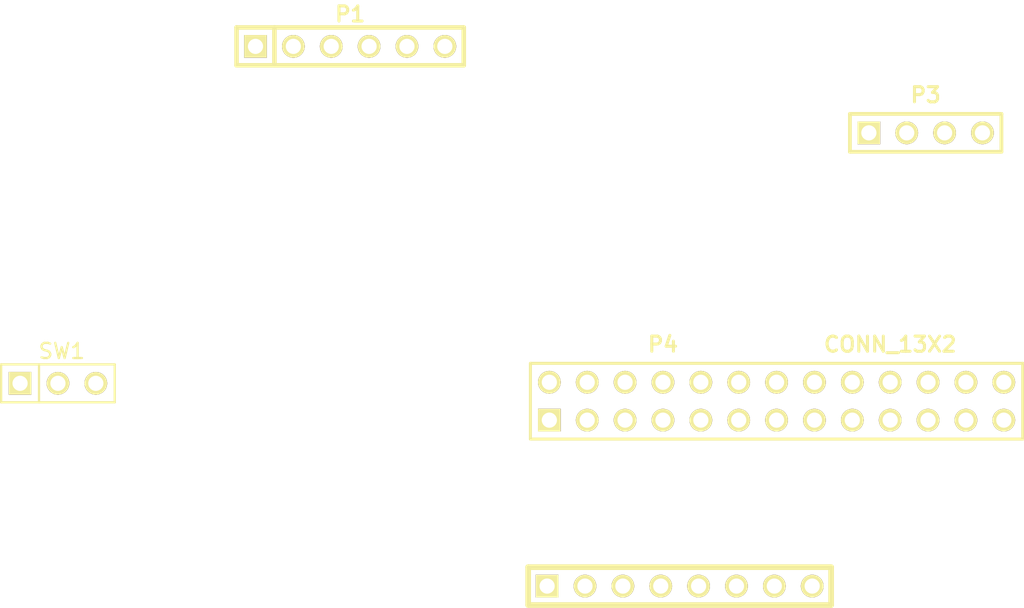
<source format=kicad_pcb>
(kicad_pcb (version 3) (host pcbnew "(2013-jul-07)-stable")

  (general
    (links 17)
    (no_connects 17)
    (area 0 0 0 0)
    (thickness 1.6)
    (drawings 0)
    (tracks 0)
    (zones 0)
    (modules 5)
    (nets 13)
  )

  (page A3)
  (layers
    (15 F.Cu signal)
    (0 B.Cu signal)
    (16 B.Adhes user)
    (17 F.Adhes user)
    (18 B.Paste user)
    (19 F.Paste user)
    (20 B.SilkS user)
    (21 F.SilkS user)
    (22 B.Mask user)
    (23 F.Mask user)
    (24 Dwgs.User user)
    (25 Cmts.User user)
    (26 Eco1.User user)
    (27 Eco2.User user)
    (28 Edge.Cuts user)
  )

  (setup
    (last_trace_width 0.254)
    (trace_clearance 0.254)
    (zone_clearance 0.508)
    (zone_45_only no)
    (trace_min 0.254)
    (segment_width 0.2)
    (edge_width 0.1)
    (via_size 0.889)
    (via_drill 0.635)
    (via_min_size 0.889)
    (via_min_drill 0.508)
    (uvia_size 0.508)
    (uvia_drill 0.127)
    (uvias_allowed no)
    (uvia_min_size 0.508)
    (uvia_min_drill 0.127)
    (pcb_text_width 0.3)
    (pcb_text_size 1.5 1.5)
    (mod_edge_width 0.15)
    (mod_text_size 1 1)
    (mod_text_width 0.15)
    (pad_size 1.5 1.5)
    (pad_drill 0.6)
    (pad_to_mask_clearance 0)
    (aux_axis_origin 0 0)
    (visible_elements FFFFFFBF)
    (pcbplotparams
      (layerselection 3178497)
      (usegerberextensions true)
      (excludeedgelayer true)
      (linewidth 0.150000)
      (plotframeref false)
      (viasonmask false)
      (mode 1)
      (useauxorigin false)
      (hpglpennumber 1)
      (hpglpenspeed 20)
      (hpglpendiameter 15)
      (hpglpenoverlay 2)
      (psnegative false)
      (psa4output false)
      (plotreference true)
      (plotvalue true)
      (plotothertext true)
      (plotinvisibletext false)
      (padsonsilk false)
      (subtractmaskfromsilk false)
      (outputformat 1)
      (mirror false)
      (drillshape 1)
      (scaleselection 1)
      (outputdirectory ""))
  )

  (net 0 "")
  (net 1 +3.3V)
  (net 2 GND)
  (net 3 N-000001)
  (net 4 N-0000011)
  (net 5 N-0000012)
  (net 6 N-000002)
  (net 7 N-0000029)
  (net 8 N-000003)
  (net 9 N-000004)
  (net 10 N-000005)
  (net 11 N-000006)
  (net 12 N-000008)

  (net_class Default "This is the default net class."
    (clearance 0.254)
    (trace_width 0.254)
    (via_dia 0.889)
    (via_drill 0.635)
    (uvia_dia 0.508)
    (uvia_drill 0.127)
    (add_net "")
    (add_net +3.3V)
    (add_net GND)
    (add_net N-000001)
    (add_net N-0000011)
    (add_net N-0000012)
    (add_net N-000002)
    (add_net N-0000029)
    (add_net N-000003)
    (add_net N-000004)
    (add_net N-000005)
    (add_net N-000006)
    (add_net N-000008)
  )

  (module pin_array_8x1 (layer F.Cu) (tedit 5076C91E) (tstamp 551F122E)
    (at 89.1 64.2)
    (descr "Double rangee de contacts 2 x 8 pins")
    (tags CONN)
    (path /551EF9F5)
    (fp_text reference P2 (at 0 -2.032) (layer F.SilkS) hide
      (effects (font (size 1.016 1.016) (thickness 0.2032)))
    )
    (fp_text value CONN_8 (at 0 2.286) (layer F.SilkS) hide
      (effects (font (size 1.016 1.016) (thickness 0.2032)))
    )
    (fp_line (start 10.16 1.27) (end 10.16 -1.27) (layer F.SilkS) (width 0.381))
    (fp_line (start 10.16 -1.27) (end -10.16 -1.27) (layer F.SilkS) (width 0.381))
    (fp_line (start -10.16 -1.27) (end -10.16 1.27) (layer F.SilkS) (width 0.381))
    (fp_line (start -10.16 1.27) (end 10.16 1.27) (layer F.SilkS) (width 0.381))
    (pad 1 thru_hole rect (at -8.89 0) (size 1.524 1.524) (drill 1.016)
      (layers *.Cu *.Mask F.SilkS)
      (net 5 N-0000012)
    )
    (pad 2 thru_hole circle (at -6.35 0) (size 1.524 1.524) (drill 1.016)
      (layers *.Cu *.Mask F.SilkS)
      (net 3 N-000001)
    )
    (pad 3 thru_hole circle (at -3.81 0) (size 1.524 1.524) (drill 1.016)
      (layers *.Cu *.Mask F.SilkS)
      (net 6 N-000002)
    )
    (pad 4 thru_hole circle (at -1.27 0) (size 1.524 1.524) (drill 1.016)
      (layers *.Cu *.Mask F.SilkS)
      (net 8 N-000003)
    )
    (pad 5 thru_hole circle (at 1.27 0) (size 1.524 1.524) (drill 1.016)
      (layers *.Cu *.Mask F.SilkS)
      (net 9 N-000004)
    )
    (pad 6 thru_hole circle (at 3.81 0) (size 1.524 1.524) (drill 1.016)
      (layers *.Cu *.Mask F.SilkS)
      (net 1 +3.3V)
    )
    (pad 7 thru_hole circle (at 6.35 0) (size 1.524 1.524) (drill 1.016)
      (layers *.Cu *.Mask F.SilkS)
      (net 7 N-0000029)
    )
    (pad 8 thru_hole circle (at 8.89 0) (size 1.524 1.524) (drill 1.016)
      (layers *.Cu *.Mask F.SilkS)
      (net 2 GND)
    )
    (model pin_array/pins_array_8x2.wrl
      (at (xyz 0 0 0))
      (scale (xyz 1 1 1))
      (rotate (xyz 0 0 0))
    )
  )

  (module PIN_ARRAY_4x1 (layer F.Cu) (tedit 4C10F42E) (tstamp 551F123A)
    (at 105.6 33.8)
    (descr "Double rangee de contacts 2 x 5 pins")
    (tags CONN)
    (path /551EFB43)
    (fp_text reference P3 (at 0 -2.54) (layer F.SilkS)
      (effects (font (size 1.016 1.016) (thickness 0.2032)))
    )
    (fp_text value CONN_4 (at 0 2.54) (layer F.SilkS) hide
      (effects (font (size 1.016 1.016) (thickness 0.2032)))
    )
    (fp_line (start 5.08 1.27) (end -5.08 1.27) (layer F.SilkS) (width 0.254))
    (fp_line (start 5.08 -1.27) (end -5.08 -1.27) (layer F.SilkS) (width 0.254))
    (fp_line (start -5.08 -1.27) (end -5.08 1.27) (layer F.SilkS) (width 0.254))
    (fp_line (start 5.08 1.27) (end 5.08 -1.27) (layer F.SilkS) (width 0.254))
    (pad 1 thru_hole rect (at -3.81 0) (size 1.524 1.524) (drill 1.016)
      (layers *.Cu *.Mask F.SilkS)
      (net 1 +3.3V)
    )
    (pad 2 thru_hole circle (at -1.27 0) (size 1.524 1.524) (drill 1.016)
      (layers *.Cu *.Mask F.SilkS)
      (net 2 GND)
    )
    (pad 3 thru_hole circle (at 1.27 0) (size 1.524 1.524) (drill 1.016)
      (layers *.Cu *.Mask F.SilkS)
      (net 4 N-0000011)
    )
    (pad 4 thru_hole circle (at 3.81 0) (size 1.524 1.524) (drill 1.016)
      (layers *.Cu *.Mask F.SilkS)
      (net 10 N-000005)
    )
    (model pin_array\pins_array_4x1.wrl
      (at (xyz 0 0 0))
      (scale (xyz 1 1 1))
      (rotate (xyz 0 0 0))
    )
  )

  (module PIN_ARRAY_3X1 (layer F.Cu) (tedit 4C1130E0) (tstamp 551F1246)
    (at 47.4 50.6)
    (descr "Connecteur 3 pins")
    (tags "CONN DEV")
    (path /551F040D)
    (fp_text reference SW1 (at 0.254 -2.159) (layer F.SilkS)
      (effects (font (size 1.016 1.016) (thickness 0.1524)))
    )
    (fp_text value SWITCH_SPDT (at 0 -2.159) (layer F.SilkS) hide
      (effects (font (size 1.016 1.016) (thickness 0.1524)))
    )
    (fp_line (start -3.81 1.27) (end -3.81 -1.27) (layer F.SilkS) (width 0.1524))
    (fp_line (start -3.81 -1.27) (end 3.81 -1.27) (layer F.SilkS) (width 0.1524))
    (fp_line (start 3.81 -1.27) (end 3.81 1.27) (layer F.SilkS) (width 0.1524))
    (fp_line (start 3.81 1.27) (end -3.81 1.27) (layer F.SilkS) (width 0.1524))
    (fp_line (start -1.27 -1.27) (end -1.27 1.27) (layer F.SilkS) (width 0.1524))
    (pad 1 thru_hole rect (at -2.54 0) (size 1.524 1.524) (drill 1.016)
      (layers *.Cu *.Mask F.SilkS)
      (net 1 +3.3V)
    )
    (pad 2 thru_hole circle (at 0 0) (size 1.524 1.524) (drill 1.016)
      (layers *.Cu *.Mask F.SilkS)
      (net 7 N-0000029)
    )
    (pad 3 thru_hole circle (at 2.54 0) (size 1.524 1.524) (drill 1.016)
      (layers *.Cu *.Mask F.SilkS)
    )
    (model pin_array/pins_array_3x1.wrl
      (at (xyz 0 0 0))
      (scale (xyz 1 1 1))
      (rotate (xyz 0 0 0))
    )
  )

  (module pin_array_13x2 (layer F.Cu) (tedit 5031D825) (tstamp 551F1268)
    (at 95.6 51.8)
    (descr "2 x 13 pins connector")
    (tags CONN)
    (path /551EF9C1)
    (fp_text reference P4 (at -7.62 -3.81) (layer F.SilkS)
      (effects (font (size 1.016 1.016) (thickness 0.2032)))
    )
    (fp_text value CONN_13X2 (at 7.62 -3.81) (layer F.SilkS)
      (effects (font (size 1.016 1.016) (thickness 0.2032)))
    )
    (fp_line (start -16.51 2.54) (end 16.51 2.54) (layer F.SilkS) (width 0.2032))
    (fp_line (start 16.51 -2.54) (end -16.51 -2.54) (layer F.SilkS) (width 0.2032))
    (fp_line (start -16.51 -2.54) (end -16.51 2.54) (layer F.SilkS) (width 0.2032))
    (fp_line (start 16.51 2.54) (end 16.51 -2.54) (layer F.SilkS) (width 0.2032))
    (pad 1 thru_hole rect (at -15.24 1.27) (size 1.524 1.524) (drill 1.016)
      (layers *.Cu *.Mask F.SilkS)
      (net 1 +3.3V)
    )
    (pad 2 thru_hole circle (at -15.24 -1.27) (size 1.524 1.524) (drill 1.016)
      (layers *.Cu *.Mask F.SilkS)
    )
    (pad 3 thru_hole circle (at -12.7 1.27) (size 1.524 1.524) (drill 1.016)
      (layers *.Cu *.Mask F.SilkS)
      (net 4 N-0000011)
    )
    (pad 4 thru_hole circle (at -12.7 -1.27) (size 1.524 1.524) (drill 1.016)
      (layers *.Cu *.Mask F.SilkS)
    )
    (pad 5 thru_hole circle (at -10.16 1.27) (size 1.524 1.524) (drill 1.016)
      (layers *.Cu *.Mask F.SilkS)
      (net 10 N-000005)
    )
    (pad 6 thru_hole circle (at -10.16 -1.27) (size 1.524 1.524) (drill 1.016)
      (layers *.Cu *.Mask F.SilkS)
      (net 2 GND)
    )
    (pad 7 thru_hole circle (at -7.62 1.27) (size 1.524 1.524) (drill 1.016)
      (layers *.Cu *.Mask F.SilkS)
    )
    (pad 8 thru_hole circle (at -7.62 -1.27) (size 1.524 1.524) (drill 1.016)
      (layers *.Cu *.Mask F.SilkS)
      (net 12 N-000008)
    )
    (pad 9 thru_hole circle (at -5.08 1.27) (size 1.524 1.524) (drill 1.016)
      (layers *.Cu *.Mask F.SilkS)
    )
    (pad 10 thru_hole circle (at -5.08 -1.27) (size 1.524 1.524) (drill 1.016)
      (layers *.Cu *.Mask F.SilkS)
      (net 11 N-000006)
    )
    (pad 11 thru_hole circle (at -2.54 1.27) (size 1.524 1.524) (drill 1.016)
      (layers *.Cu *.Mask F.SilkS)
    )
    (pad 12 thru_hole circle (at -2.54 -1.27) (size 1.524 1.524) (drill 1.016)
      (layers *.Cu *.Mask F.SilkS)
    )
    (pad 13 thru_hole circle (at 0 1.27) (size 1.524 1.524) (drill 1.016)
      (layers *.Cu *.Mask F.SilkS)
    )
    (pad 14 thru_hole circle (at 0 -1.27) (size 1.524 1.524) (drill 1.016)
      (layers *.Cu *.Mask F.SilkS)
    )
    (pad 15 thru_hole circle (at 2.54 1.27) (size 1.524 1.524) (drill 1.016)
      (layers *.Cu *.Mask F.SilkS)
    )
    (pad 16 thru_hole circle (at 2.54 -1.27) (size 1.524 1.524) (drill 1.016)
      (layers *.Cu *.Mask F.SilkS)
      (net 6 N-000002)
    )
    (pad 17 thru_hole circle (at 5.08 1.27) (size 1.524 1.524) (drill 1.016)
      (layers *.Cu *.Mask F.SilkS)
    )
    (pad 18 thru_hole circle (at 5.08 -1.27) (size 1.524 1.524) (drill 1.016)
      (layers *.Cu *.Mask F.SilkS)
      (net 5 N-0000012)
    )
    (pad 19 thru_hole circle (at 7.62 1.27) (size 1.524 1.524) (drill 1.016)
      (layers *.Cu *.Mask F.SilkS)
      (net 8 N-000003)
    )
    (pad 20 thru_hole circle (at 7.62 -1.27) (size 1.524 1.524) (drill 1.016)
      (layers *.Cu *.Mask F.SilkS)
    )
    (pad 21 thru_hole circle (at 10.16 1.27) (size 1.524 1.524) (drill 1.016)
      (layers *.Cu *.Mask F.SilkS)
    )
    (pad 22 thru_hole circle (at 10.16 -1.27) (size 1.524 1.524) (drill 1.016)
      (layers *.Cu *.Mask F.SilkS)
    )
    (pad 23 thru_hole circle (at 12.7 1.27) (size 1.524 1.524) (drill 1.016)
      (layers *.Cu *.Mask F.SilkS)
      (net 9 N-000004)
    )
    (pad 24 thru_hole circle (at 12.7 -1.27) (size 1.524 1.524) (drill 1.016)
      (layers *.Cu *.Mask F.SilkS)
      (net 3 N-000001)
    )
    (pad 25 thru_hole circle (at 15.24 1.27) (size 1.524 1.524) (drill 1.016)
      (layers *.Cu *.Mask F.SilkS)
    )
    (pad 26 thru_hole circle (at 15.24 -1.27) (size 1.524 1.524) (drill 1.016)
      (layers *.Cu *.Mask F.SilkS)
    )
    (model pin_array/pins_array_13x2.wrl
      (at (xyz 0 0 0))
      (scale (xyz 1 1 1))
      (rotate (xyz 0 0 0))
    )
  )

  (module PIN_ARRAY-6X1 (layer F.Cu) (tedit 41402119) (tstamp 551F1277)
    (at 67 28)
    (descr "Connecteur 6 pins")
    (tags "CONN DEV")
    (path /551F0B3F)
    (fp_text reference P1 (at 0 -2.159) (layer F.SilkS)
      (effects (font (size 1.016 1.016) (thickness 0.2032)))
    )
    (fp_text value CONN_6 (at 0 2.159) (layer F.SilkS) hide
      (effects (font (size 1.016 0.889) (thickness 0.2032)))
    )
    (fp_line (start -7.62 1.27) (end -7.62 -1.27) (layer F.SilkS) (width 0.3048))
    (fp_line (start -7.62 -1.27) (end 7.62 -1.27) (layer F.SilkS) (width 0.3048))
    (fp_line (start 7.62 -1.27) (end 7.62 1.27) (layer F.SilkS) (width 0.3048))
    (fp_line (start 7.62 1.27) (end -7.62 1.27) (layer F.SilkS) (width 0.3048))
    (fp_line (start -5.08 1.27) (end -5.08 -1.27) (layer F.SilkS) (width 0.3048))
    (pad 1 thru_hole rect (at -6.35 0) (size 1.524 1.524) (drill 1.016)
      (layers *.Cu *.Mask F.SilkS)
      (net 2 GND)
    )
    (pad 2 thru_hole circle (at -3.81 0) (size 1.524 1.524) (drill 1.016)
      (layers *.Cu *.Mask F.SilkS)
    )
    (pad 3 thru_hole circle (at -1.27 0) (size 1.524 1.524) (drill 1.016)
      (layers *.Cu *.Mask F.SilkS)
      (net 1 +3.3V)
    )
    (pad 4 thru_hole circle (at 1.27 0) (size 1.524 1.524) (drill 1.016)
      (layers *.Cu *.Mask F.SilkS)
      (net 11 N-000006)
    )
    (pad 5 thru_hole circle (at 3.81 0) (size 1.524 1.524) (drill 1.016)
      (layers *.Cu *.Mask F.SilkS)
      (net 12 N-000008)
    )
    (pad 6 thru_hole circle (at 6.35 0) (size 1.524 1.524) (drill 1.016)
      (layers *.Cu *.Mask F.SilkS)
    )
    (model pin_array/pins_array_6x1.wrl
      (at (xyz 0 0 0))
      (scale (xyz 1 1 1))
      (rotate (xyz 0 0 0))
    )
  )

)

</source>
